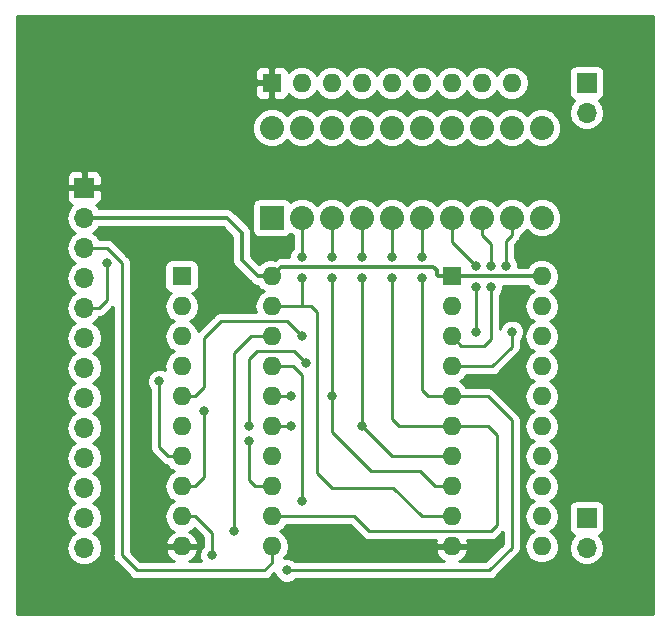
<source format=gbl>
G04 #@! TF.GenerationSoftware,KiCad,Pcbnew,5.0.2+dfsg1-1*
G04 #@! TF.CreationDate,2019-07-26T08:48:25+02:00*
G04 #@! TF.ProjectId,Register,52656769-7374-4657-922e-6b696361645f,rev?*
G04 #@! TF.SameCoordinates,Original*
G04 #@! TF.FileFunction,Copper,L2,Bot*
G04 #@! TF.FilePolarity,Positive*
%FSLAX46Y46*%
G04 Gerber Fmt 4.6, Leading zero omitted, Abs format (unit mm)*
G04 Created by KiCad (PCBNEW 5.0.2+dfsg1-1) date vr 26 jul 2019 08:48:25 CEST*
%MOMM*%
%LPD*%
G01*
G04 APERTURE LIST*
G04 #@! TA.AperFunction,ComponentPad*
%ADD10O,1.700000X1.700000*%
G04 #@! TD*
G04 #@! TA.AperFunction,ComponentPad*
%ADD11R,1.700000X1.700000*%
G04 #@! TD*
G04 #@! TA.AperFunction,ComponentPad*
%ADD12R,2.032000X2.032000*%
G04 #@! TD*
G04 #@! TA.AperFunction,ComponentPad*
%ADD13C,2.032000*%
G04 #@! TD*
G04 #@! TA.AperFunction,ComponentPad*
%ADD14O,1.600000X1.600000*%
G04 #@! TD*
G04 #@! TA.AperFunction,ComponentPad*
%ADD15R,1.600000X1.600000*%
G04 #@! TD*
G04 #@! TA.AperFunction,ViaPad*
%ADD16C,0.800000*%
G04 #@! TD*
G04 #@! TA.AperFunction,Conductor*
%ADD17C,0.250000*%
G04 #@! TD*
G04 #@! TA.AperFunction,Conductor*
%ADD18C,0.350000*%
G04 #@! TD*
G04 #@! TA.AperFunction,Conductor*
%ADD19C,0.254000*%
G04 #@! TD*
G04 APERTURE END LIST*
D10*
G04 #@! TO.P,J3,2*
G04 #@! TO.N,Net-(J3-Pad2)*
X76200000Y-26670000D03*
D11*
G04 #@! TO.P,J3,1*
G04 #@! TO.N,Net-(J3-Pad1)*
X76200000Y-24130000D03*
G04 #@! TD*
G04 #@! TO.P,J2,1*
G04 #@! TO.N,Net-(J2-Pad1)*
X76200000Y-60960000D03*
D10*
G04 #@! TO.P,J2,2*
G04 #@! TO.N,Net-(J2-Pad2)*
X76200000Y-63500000D03*
G04 #@! TD*
D11*
G04 #@! TO.P,J1,1*
G04 #@! TO.N,GND*
X33655000Y-33020000D03*
D10*
G04 #@! TO.P,J1,2*
G04 #@! TO.N,+5V*
X33655000Y-35560000D03*
G04 #@! TO.P,J1,3*
G04 #@! TO.N,CLOCK*
X33655000Y-38100000D03*
G04 #@! TO.P,J1,4*
G04 #@! TO.N,~DATA_LOAD*
X33655000Y-40640000D03*
G04 #@! TO.P,J1,5*
G04 #@! TO.N,~DATA_OUT*
X33655000Y-43180000D03*
G04 #@! TO.P,J1,6*
G04 #@! TO.N,Net-(J1-Pad6)*
X33655000Y-45720000D03*
G04 #@! TO.P,J1,7*
G04 #@! TO.N,Net-(J1-Pad7)*
X33655000Y-48260000D03*
G04 #@! TO.P,J1,8*
G04 #@! TO.N,Net-(J1-Pad8)*
X33655000Y-50800000D03*
G04 #@! TO.P,J1,9*
G04 #@! TO.N,Net-(J1-Pad9)*
X33655000Y-53340000D03*
G04 #@! TO.P,J1,10*
G04 #@! TO.N,Net-(J1-Pad10)*
X33655000Y-55880000D03*
G04 #@! TO.P,J1,11*
G04 #@! TO.N,Net-(J1-Pad11)*
X33655000Y-58420000D03*
G04 #@! TO.P,J1,12*
G04 #@! TO.N,Net-(J1-Pad12)*
X33655000Y-60960000D03*
G04 #@! TO.P,J1,13*
G04 #@! TO.N,Net-(J1-Pad13)*
X33655000Y-63500000D03*
G04 #@! TD*
D12*
G04 #@! TO.P,BAR1,1*
G04 #@! TO.N,Net-(BAR1-Pad1)*
X49530000Y-35560000D03*
D13*
G04 #@! TO.P,BAR1,2*
G04 #@! TO.N,Net-(BAR1-Pad2)*
X52070000Y-35560000D03*
G04 #@! TO.P,BAR1,3*
G04 #@! TO.N,Net-(BAR1-Pad3)*
X54610000Y-35560000D03*
G04 #@! TO.P,BAR1,4*
G04 #@! TO.N,Net-(BAR1-Pad4)*
X57150000Y-35560000D03*
G04 #@! TO.P,BAR1,13*
G04 #@! TO.N,Net-(BAR1-Pad13)*
X67310000Y-27940000D03*
G04 #@! TO.P,BAR1,14*
G04 #@! TO.N,Net-(BAR1-Pad14)*
X64770000Y-27940000D03*
G04 #@! TO.P,BAR1,15*
G04 #@! TO.N,Net-(BAR1-Pad15)*
X62230000Y-27940000D03*
G04 #@! TO.P,BAR1,16*
G04 #@! TO.N,Net-(BAR1-Pad16)*
X59690000Y-27940000D03*
G04 #@! TO.P,BAR1,5*
G04 #@! TO.N,Net-(BAR1-Pad5)*
X59690000Y-35560000D03*
G04 #@! TO.P,BAR1,6*
G04 #@! TO.N,Net-(BAR1-Pad6)*
X62230000Y-35560000D03*
G04 #@! TO.P,BAR1,7*
G04 #@! TO.N,Net-(BAR1-Pad7)*
X64770000Y-35560000D03*
G04 #@! TO.P,BAR1,8*
G04 #@! TO.N,Net-(BAR1-Pad8)*
X67310000Y-35560000D03*
G04 #@! TO.P,BAR1,12*
G04 #@! TO.N,Net-(BAR1-Pad12)*
X69850000Y-27940000D03*
G04 #@! TO.P,BAR1,11*
G04 #@! TO.N,Net-(BAR1-Pad11)*
X72390000Y-27940000D03*
G04 #@! TO.P,BAR1,10*
G04 #@! TO.N,Net-(BAR1-Pad10)*
X72390000Y-35560000D03*
G04 #@! TO.P,BAR1,9*
G04 #@! TO.N,Net-(BAR1-Pad9)*
X69850000Y-35560000D03*
G04 #@! TO.P,BAR1,17*
G04 #@! TO.N,Net-(BAR1-Pad17)*
X57150000Y-27940000D03*
G04 #@! TO.P,BAR1,18*
G04 #@! TO.N,Net-(BAR1-Pad18)*
X54610000Y-27940000D03*
G04 #@! TO.P,BAR1,19*
G04 #@! TO.N,Net-(BAR1-Pad19)*
X52070000Y-27940000D03*
G04 #@! TO.P,BAR1,20*
G04 #@! TO.N,Net-(BAR1-Pad20)*
X49530000Y-27940000D03*
G04 #@! TD*
D14*
G04 #@! TO.P,U2,20*
G04 #@! TO.N,+5V*
X72390000Y-40513000D03*
G04 #@! TO.P,U2,10*
G04 #@! TO.N,GND*
X64770000Y-63373000D03*
G04 #@! TO.P,U2,19*
G04 #@! TO.N,~DATA_OUT*
X72390000Y-43053000D03*
G04 #@! TO.P,U2,9*
G04 #@! TO.N,Net-(BAR1-Pad2)*
X64770000Y-60833000D03*
G04 #@! TO.P,U2,18*
G04 #@! TO.N,Net-(J1-Pad6)*
X72390000Y-45593000D03*
G04 #@! TO.P,U2,8*
G04 #@! TO.N,Net-(BAR1-Pad3)*
X64770000Y-58293000D03*
G04 #@! TO.P,U2,17*
G04 #@! TO.N,Net-(J1-Pad7)*
X72390000Y-48133000D03*
G04 #@! TO.P,U2,7*
G04 #@! TO.N,Net-(BAR1-Pad4)*
X64770000Y-55753000D03*
G04 #@! TO.P,U2,16*
G04 #@! TO.N,Net-(J1-Pad8)*
X72390000Y-50673000D03*
G04 #@! TO.P,U2,6*
G04 #@! TO.N,Net-(BAR1-Pad5)*
X64770000Y-53213000D03*
G04 #@! TO.P,U2,15*
G04 #@! TO.N,Net-(J1-Pad9)*
X72390000Y-53213000D03*
G04 #@! TO.P,U2,5*
G04 #@! TO.N,Net-(BAR1-Pad6)*
X64770000Y-50673000D03*
G04 #@! TO.P,U2,14*
G04 #@! TO.N,Net-(J1-Pad10)*
X72390000Y-55753000D03*
G04 #@! TO.P,U2,4*
G04 #@! TO.N,Net-(BAR1-Pad7)*
X64770000Y-48133000D03*
G04 #@! TO.P,U2,13*
G04 #@! TO.N,Net-(J1-Pad11)*
X72390000Y-58293000D03*
G04 #@! TO.P,U2,3*
G04 #@! TO.N,Net-(BAR1-Pad8)*
X64770000Y-45593000D03*
G04 #@! TO.P,U2,12*
G04 #@! TO.N,Net-(J1-Pad12)*
X72390000Y-60833000D03*
G04 #@! TO.P,U2,2*
G04 #@! TO.N,Net-(BAR1-Pad9)*
X64770000Y-43053000D03*
G04 #@! TO.P,U2,11*
G04 #@! TO.N,Net-(J1-Pad13)*
X72390000Y-63373000D03*
D15*
G04 #@! TO.P,U2,1*
G04 #@! TO.N,+5V*
X64770000Y-40513000D03*
G04 #@! TD*
G04 #@! TO.P,U1,1*
G04 #@! TO.N,~DATA_LOAD*
X41910000Y-40513000D03*
D14*
G04 #@! TO.P,U1,11*
G04 #@! TO.N,CLOCK*
X49530000Y-63373000D03*
G04 #@! TO.P,U1,2*
G04 #@! TO.N,Net-(BAR1-Pad9)*
X41910000Y-43053000D03*
G04 #@! TO.P,U1,12*
G04 #@! TO.N,Net-(BAR1-Pad5)*
X49530000Y-60833000D03*
G04 #@! TO.P,U1,3*
G04 #@! TO.N,Net-(J1-Pad6)*
X41910000Y-45593000D03*
G04 #@! TO.P,U1,13*
G04 #@! TO.N,Net-(J1-Pad10)*
X49530000Y-58293000D03*
G04 #@! TO.P,U1,4*
G04 #@! TO.N,Net-(J1-Pad7)*
X41910000Y-48133000D03*
G04 #@! TO.P,U1,14*
G04 #@! TO.N,Net-(J1-Pad11)*
X49530000Y-55753000D03*
G04 #@! TO.P,U1,5*
G04 #@! TO.N,Net-(BAR1-Pad8)*
X41910000Y-50673000D03*
G04 #@! TO.P,U1,15*
G04 #@! TO.N,Net-(BAR1-Pad4)*
X49530000Y-53213000D03*
G04 #@! TO.P,U1,6*
G04 #@! TO.N,Net-(BAR1-Pad7)*
X41910000Y-53213000D03*
G04 #@! TO.P,U1,16*
G04 #@! TO.N,Net-(BAR1-Pad3)*
X49530000Y-50673000D03*
G04 #@! TO.P,U1,7*
G04 #@! TO.N,Net-(J1-Pad8)*
X41910000Y-55753000D03*
G04 #@! TO.P,U1,17*
G04 #@! TO.N,Net-(J1-Pad12)*
X49530000Y-48133000D03*
G04 #@! TO.P,U1,8*
G04 #@! TO.N,Net-(J1-Pad9)*
X41910000Y-58293000D03*
G04 #@! TO.P,U1,18*
G04 #@! TO.N,Net-(J1-Pad13)*
X49530000Y-45593000D03*
G04 #@! TO.P,U1,9*
G04 #@! TO.N,Net-(BAR1-Pad6)*
X41910000Y-60833000D03*
G04 #@! TO.P,U1,19*
G04 #@! TO.N,Net-(BAR1-Pad2)*
X49530000Y-43053000D03*
G04 #@! TO.P,U1,10*
G04 #@! TO.N,GND*
X41910000Y-63373000D03*
G04 #@! TO.P,U1,20*
G04 #@! TO.N,+5V*
X49530000Y-40513000D03*
G04 #@! TD*
D15*
G04 #@! TO.P,RN1,1*
G04 #@! TO.N,GND*
X49530000Y-24130000D03*
D14*
G04 #@! TO.P,RN1,2*
G04 #@! TO.N,Net-(BAR1-Pad19)*
X52070000Y-24130000D03*
G04 #@! TO.P,RN1,3*
G04 #@! TO.N,Net-(BAR1-Pad18)*
X54610000Y-24130000D03*
G04 #@! TO.P,RN1,4*
G04 #@! TO.N,Net-(BAR1-Pad17)*
X57150000Y-24130000D03*
G04 #@! TO.P,RN1,5*
G04 #@! TO.N,Net-(BAR1-Pad16)*
X59690000Y-24130000D03*
G04 #@! TO.P,RN1,6*
G04 #@! TO.N,Net-(BAR1-Pad15)*
X62230000Y-24130000D03*
G04 #@! TO.P,RN1,7*
G04 #@! TO.N,Net-(BAR1-Pad14)*
X64770000Y-24130000D03*
G04 #@! TO.P,RN1,8*
G04 #@! TO.N,Net-(BAR1-Pad13)*
X67310000Y-24130000D03*
G04 #@! TO.P,RN1,9*
G04 #@! TO.N,Net-(BAR1-Pad12)*
X69850000Y-24130000D03*
G04 #@! TD*
D16*
G04 #@! TO.N,GND*
X41910000Y-37211000D03*
X57150000Y-63500000D03*
X57150000Y-67310000D03*
G04 #@! TO.N,Net-(BAR1-Pad9)*
X69342000Y-39624000D03*
G04 #@! TO.N,Net-(BAR1-Pad5)*
X59690000Y-38862000D03*
X59690000Y-40640000D03*
G04 #@! TO.N,Net-(J1-Pad10)*
X47625000Y-54465001D03*
G04 #@! TO.N,Net-(BAR1-Pad8)*
X52070000Y-45593000D03*
X68072000Y-39624000D03*
X68072000Y-41402000D03*
G04 #@! TO.N,Net-(BAR1-Pad4)*
X57150000Y-40640000D03*
X57150000Y-38862000D03*
X57150000Y-53213000D03*
X51181000Y-53213000D03*
G04 #@! TO.N,Net-(BAR1-Pad7)*
X66802000Y-45212000D03*
X52451000Y-47879000D03*
X47625000Y-53213000D03*
X66802000Y-39624000D03*
X66802000Y-41402000D03*
X69850000Y-45212000D03*
G04 #@! TO.N,Net-(BAR1-Pad3)*
X54610000Y-38862000D03*
X54610000Y-40640000D03*
X54610000Y-50673000D03*
X51181000Y-50673000D03*
G04 #@! TO.N,Net-(J1-Pad8)*
X40005000Y-49385001D03*
G04 #@! TO.N,Net-(J1-Pad12)*
X52070000Y-59545001D03*
G04 #@! TO.N,Net-(J1-Pad9)*
X43815000Y-51925001D03*
G04 #@! TO.N,Net-(J1-Pad13)*
X46355000Y-62085001D03*
G04 #@! TO.N,Net-(BAR1-Pad6)*
X62230000Y-38862000D03*
X62230000Y-40640000D03*
X50800000Y-65405000D03*
X44450000Y-64135000D03*
G04 #@! TO.N,Net-(BAR1-Pad2)*
X52070000Y-40640000D03*
X52070000Y-38862000D03*
G04 #@! TO.N,~DATA_OUT*
X35560000Y-39370000D03*
G04 #@! TD*
D17*
G04 #@! TO.N,CLOCK*
X49530000Y-64770000D02*
X49530000Y-63373000D01*
X48895000Y-65405000D02*
X49530000Y-64770000D01*
X35560000Y-38100000D02*
X36830000Y-39370000D01*
X36830000Y-64135000D02*
X38100000Y-65405000D01*
X33655000Y-38100000D02*
X35560000Y-38100000D01*
X38100000Y-65405000D02*
X48895000Y-65405000D01*
X36830000Y-44450000D02*
X36830000Y-45085000D01*
X36830000Y-39370000D02*
X36830000Y-45085000D01*
X36830000Y-45085000D02*
X36830000Y-64135000D01*
G04 #@! TO.N,Net-(BAR1-Pad9)*
X69850000Y-36996840D02*
X69342000Y-37504840D01*
X69850000Y-35560000D02*
X69850000Y-36996840D01*
X69342000Y-37504840D02*
X69342000Y-39624000D01*
G04 #@! TO.N,Net-(BAR1-Pad5)*
X67818000Y-53213000D02*
X64770000Y-53213000D01*
X68580000Y-53975000D02*
X67818000Y-53213000D01*
X56515000Y-60833000D02*
X57785000Y-62103000D01*
X57785000Y-62103000D02*
X68072000Y-62103000D01*
X68072000Y-62103000D02*
X68580000Y-61595000D01*
X49530000Y-60833000D02*
X56515000Y-60833000D01*
X68580000Y-61595000D02*
X68580000Y-53975000D01*
X59690000Y-38862000D02*
X59690000Y-35560000D01*
X60325000Y-53213000D02*
X64770000Y-53213000D01*
X59690000Y-40640000D02*
X59690000Y-52578000D01*
X59690000Y-52578000D02*
X60325000Y-53213000D01*
G04 #@! TO.N,Net-(J1-Pad10)*
X49530000Y-58293000D02*
X48387000Y-58293000D01*
X48387000Y-58293000D02*
X48133000Y-58293000D01*
X48133000Y-58293000D02*
X47625000Y-57785000D01*
X47625000Y-57785000D02*
X47625000Y-54610000D01*
G04 #@! TO.N,Net-(BAR1-Pad8)*
X43815000Y-49911000D02*
X43053000Y-50673000D01*
X50800000Y-44323000D02*
X45212000Y-44323000D01*
X52070000Y-45593000D02*
X50800000Y-44323000D01*
X43053000Y-50673000D02*
X41910000Y-50673000D01*
X45212000Y-44323000D02*
X43815000Y-45720000D01*
X43815000Y-45720000D02*
X43815000Y-49911000D01*
X67310000Y-36996840D02*
X68072000Y-37758840D01*
X67310000Y-35560000D02*
X67310000Y-36996840D01*
X68072000Y-37758840D02*
X68072000Y-39624000D01*
X68072000Y-45847000D02*
X68072000Y-44958000D01*
X67526001Y-46392999D02*
X68072000Y-45847000D01*
X68072000Y-44958000D02*
X68072000Y-41402000D01*
X65569999Y-46392999D02*
X67526001Y-46392999D01*
X64770000Y-45593000D02*
X65569999Y-46392999D01*
G04 #@! TO.N,Net-(BAR1-Pad4)*
X57150000Y-36996840D02*
X57150000Y-38862000D01*
X57150000Y-35560000D02*
X57150000Y-36996840D01*
X57150000Y-40640000D02*
X57150000Y-53213000D01*
X51181000Y-53213000D02*
X49530000Y-53213000D01*
X59690000Y-55753000D02*
X64770000Y-55753000D01*
X57150000Y-53213000D02*
X59690000Y-55753000D01*
G04 #@! TO.N,Net-(BAR1-Pad7)*
X47625000Y-47498000D02*
X47625000Y-53213000D01*
X48260000Y-46863000D02*
X47625000Y-47498000D01*
X52451000Y-47879000D02*
X51435000Y-46863000D01*
X51435000Y-46863000D02*
X48260000Y-46863000D01*
X64770000Y-37592000D02*
X66802000Y-39624000D01*
X64770000Y-35560000D02*
X64770000Y-37592000D01*
X66802000Y-41967685D02*
X66802000Y-45212000D01*
X66802000Y-41402000D02*
X66802000Y-41967685D01*
X64770000Y-48133000D02*
X68199000Y-48133000D01*
X68199000Y-48133000D02*
X69850000Y-46482000D01*
X69850000Y-46482000D02*
X69850000Y-45212000D01*
X69850000Y-45212000D02*
X69850000Y-45212000D01*
G04 #@! TO.N,Net-(BAR1-Pad3)*
X54610000Y-35560000D02*
X54610000Y-38862000D01*
X54610000Y-40640000D02*
X54610000Y-50673000D01*
X51181000Y-50673000D02*
X49530000Y-50673000D01*
X54610000Y-50673000D02*
X54610000Y-53721000D01*
X54610000Y-53721000D02*
X57912000Y-57023000D01*
X57912000Y-57023000D02*
X62103000Y-57023000D01*
X62103000Y-57023000D02*
X63373000Y-58293000D01*
X63373000Y-58293000D02*
X64770000Y-58293000D01*
G04 #@! TO.N,Net-(J1-Pad8)*
X41910000Y-55753000D02*
X40767000Y-55753000D01*
X40767000Y-55753000D02*
X40005000Y-54991000D01*
X40005000Y-54991000D02*
X40005000Y-49530000D01*
G04 #@! TO.N,Net-(J1-Pad12)*
X49530000Y-48133000D02*
X51308000Y-48133000D01*
X52070000Y-48895000D02*
X52070000Y-59545001D01*
X51308000Y-48133000D02*
X52070000Y-48895000D01*
G04 #@! TO.N,Net-(J1-Pad9)*
X41910000Y-58293000D02*
X43053000Y-58293000D01*
X43053000Y-58293000D02*
X43815000Y-57531000D01*
X43815000Y-57531000D02*
X43815000Y-52070000D01*
G04 #@! TO.N,Net-(J1-Pad13)*
X49530000Y-45593000D02*
X47752000Y-45593000D01*
X47752000Y-45593000D02*
X46899999Y-46445001D01*
X46899999Y-46445001D02*
X46355000Y-46990000D01*
X46355000Y-46990000D02*
X46355000Y-62230000D01*
G04 #@! TO.N,Net-(BAR1-Pad6)*
X62230000Y-38862000D02*
X62230000Y-35560000D01*
X62230000Y-40640000D02*
X62230000Y-50165000D01*
X62738000Y-50673000D02*
X64770000Y-50673000D01*
X62230000Y-50165000D02*
X62738000Y-50673000D01*
X64770000Y-50673000D02*
X67818000Y-50673000D01*
X67818000Y-50673000D02*
X69850000Y-52705000D01*
X69850000Y-52705000D02*
X69850000Y-60961410D01*
X69850000Y-60961410D02*
X69850000Y-63500000D01*
X69850000Y-63500000D02*
X67945000Y-65405000D01*
X67945000Y-65405000D02*
X50800000Y-65405000D01*
X50800000Y-65405000D02*
X50800000Y-65405000D01*
X43053000Y-60833000D02*
X41910000Y-60833000D01*
X44450000Y-64135000D02*
X44450000Y-62230000D01*
X44450000Y-62230000D02*
X43053000Y-60833000D01*
G04 #@! TO.N,Net-(BAR1-Pad2)*
X49530000Y-43053000D02*
X51562000Y-43053000D01*
X52070000Y-40640000D02*
X52070000Y-40640000D01*
X52070000Y-38735000D02*
X52070000Y-35560000D01*
X52070000Y-42291000D02*
X52070000Y-40640000D01*
X59817000Y-58420000D02*
X62230000Y-60833000D01*
X54610000Y-58420000D02*
X59817000Y-58420000D01*
X53340000Y-57150000D02*
X54610000Y-58420000D01*
X62230000Y-60833000D02*
X64770000Y-60833000D01*
X53340000Y-43561000D02*
X53340000Y-47244000D01*
X52832000Y-43053000D02*
X53340000Y-43561000D01*
X53340000Y-46990000D02*
X53340000Y-47244000D01*
X53340000Y-47244000D02*
X53340000Y-57150000D01*
X52070000Y-43053000D02*
X52832000Y-43053000D01*
X52070000Y-42418000D02*
X52070000Y-43053000D01*
X51562000Y-43053000D02*
X52070000Y-43053000D01*
X52070000Y-42418000D02*
X52070000Y-42291000D01*
X52070000Y-42545000D02*
X52070000Y-42418000D01*
D18*
G04 #@! TO.N,+5V*
X64770000Y-40513000D02*
X72390000Y-40513000D01*
X50329999Y-39713001D02*
X63208001Y-39713001D01*
X49530000Y-40513000D02*
X50329999Y-39713001D01*
X63208001Y-39713001D02*
X63500000Y-40005000D01*
X63500000Y-40393000D02*
X63620000Y-40513000D01*
X63620000Y-40513000D02*
X64770000Y-40513000D01*
X63500000Y-40005000D02*
X63500000Y-40393000D01*
X48387000Y-40513000D02*
X49530000Y-40513000D01*
X46990000Y-39116000D02*
X48387000Y-40513000D01*
X46990000Y-36830000D02*
X46990000Y-39116000D01*
X33655000Y-35560000D02*
X45720000Y-35560000D01*
X45720000Y-35560000D02*
X46990000Y-36830000D01*
D17*
G04 #@! TO.N,~DATA_OUT*
X34925000Y-43180000D02*
X33655000Y-43180000D01*
X35560000Y-39370000D02*
X35560000Y-42545000D01*
X35560000Y-42545000D02*
X34925000Y-43180000D01*
G04 #@! TD*
D19*
G04 #@! TO.N,GND*
G36*
X81840001Y-69140000D02*
X28015000Y-69140000D01*
X28015000Y-35560000D01*
X32140908Y-35560000D01*
X32256161Y-36139418D01*
X32584375Y-36630625D01*
X32882761Y-36830000D01*
X32584375Y-37029375D01*
X32256161Y-37520582D01*
X32140908Y-38100000D01*
X32256161Y-38679418D01*
X32584375Y-39170625D01*
X32882761Y-39370000D01*
X32584375Y-39569375D01*
X32256161Y-40060582D01*
X32140908Y-40640000D01*
X32256161Y-41219418D01*
X32584375Y-41710625D01*
X32882761Y-41910000D01*
X32584375Y-42109375D01*
X32256161Y-42600582D01*
X32140908Y-43180000D01*
X32256161Y-43759418D01*
X32584375Y-44250625D01*
X32882761Y-44450000D01*
X32584375Y-44649375D01*
X32256161Y-45140582D01*
X32140908Y-45720000D01*
X32256161Y-46299418D01*
X32584375Y-46790625D01*
X32882761Y-46990000D01*
X32584375Y-47189375D01*
X32256161Y-47680582D01*
X32140908Y-48260000D01*
X32256161Y-48839418D01*
X32584375Y-49330625D01*
X32882761Y-49530000D01*
X32584375Y-49729375D01*
X32256161Y-50220582D01*
X32140908Y-50800000D01*
X32256161Y-51379418D01*
X32584375Y-51870625D01*
X32882761Y-52070000D01*
X32584375Y-52269375D01*
X32256161Y-52760582D01*
X32140908Y-53340000D01*
X32256161Y-53919418D01*
X32584375Y-54410625D01*
X32882761Y-54610000D01*
X32584375Y-54809375D01*
X32256161Y-55300582D01*
X32140908Y-55880000D01*
X32256161Y-56459418D01*
X32584375Y-56950625D01*
X32882761Y-57150000D01*
X32584375Y-57349375D01*
X32256161Y-57840582D01*
X32140908Y-58420000D01*
X32256161Y-58999418D01*
X32584375Y-59490625D01*
X32882761Y-59690000D01*
X32584375Y-59889375D01*
X32256161Y-60380582D01*
X32140908Y-60960000D01*
X32256161Y-61539418D01*
X32584375Y-62030625D01*
X32882761Y-62230000D01*
X32584375Y-62429375D01*
X32256161Y-62920582D01*
X32140908Y-63500000D01*
X32256161Y-64079418D01*
X32584375Y-64570625D01*
X33075582Y-64898839D01*
X33508744Y-64985000D01*
X33801256Y-64985000D01*
X34234418Y-64898839D01*
X34725625Y-64570625D01*
X35053839Y-64079418D01*
X35169092Y-63500000D01*
X35053839Y-62920582D01*
X34725625Y-62429375D01*
X34427239Y-62230000D01*
X34725625Y-62030625D01*
X35053839Y-61539418D01*
X35169092Y-60960000D01*
X35053839Y-60380582D01*
X34725625Y-59889375D01*
X34427239Y-59690000D01*
X34725625Y-59490625D01*
X35053839Y-58999418D01*
X35169092Y-58420000D01*
X35053839Y-57840582D01*
X34725625Y-57349375D01*
X34427239Y-57150000D01*
X34725625Y-56950625D01*
X35053839Y-56459418D01*
X35169092Y-55880000D01*
X35053839Y-55300582D01*
X34725625Y-54809375D01*
X34427239Y-54610000D01*
X34725625Y-54410625D01*
X35053839Y-53919418D01*
X35169092Y-53340000D01*
X35053839Y-52760582D01*
X34725625Y-52269375D01*
X34427239Y-52070000D01*
X34725625Y-51870625D01*
X35053839Y-51379418D01*
X35169092Y-50800000D01*
X35053839Y-50220582D01*
X34725625Y-49729375D01*
X34427239Y-49530000D01*
X34725625Y-49330625D01*
X35053839Y-48839418D01*
X35169092Y-48260000D01*
X35053839Y-47680582D01*
X34725625Y-47189375D01*
X34427239Y-46990000D01*
X34725625Y-46790625D01*
X35053839Y-46299418D01*
X35169092Y-45720000D01*
X35053839Y-45140582D01*
X34725625Y-44649375D01*
X34427239Y-44450000D01*
X34725625Y-44250625D01*
X34923438Y-43954577D01*
X34925000Y-43954888D01*
X34999847Y-43940000D01*
X34999852Y-43940000D01*
X35221537Y-43895904D01*
X35472929Y-43727929D01*
X35515331Y-43664470D01*
X36044473Y-43135329D01*
X36070001Y-43118272D01*
X36070001Y-44375145D01*
X36070000Y-44375149D01*
X36070000Y-45010149D01*
X36070001Y-64060148D01*
X36055112Y-64135000D01*
X36070001Y-64209851D01*
X36070001Y-64209852D01*
X36109331Y-64407577D01*
X36114097Y-64431537D01*
X36178264Y-64527569D01*
X36282072Y-64682929D01*
X36345528Y-64725329D01*
X37509671Y-65889473D01*
X37552071Y-65952929D01*
X37803463Y-66120904D01*
X38025148Y-66165000D01*
X38025152Y-66165000D01*
X38099999Y-66179888D01*
X38174846Y-66165000D01*
X48820153Y-66165000D01*
X48895000Y-66179888D01*
X48969847Y-66165000D01*
X48969852Y-66165000D01*
X49191537Y-66120904D01*
X49442929Y-65952929D01*
X49485331Y-65889470D01*
X49765000Y-65609802D01*
X49765000Y-65610874D01*
X49922569Y-65991280D01*
X50213720Y-66282431D01*
X50594126Y-66440000D01*
X51005874Y-66440000D01*
X51386280Y-66282431D01*
X51503711Y-66165000D01*
X67870153Y-66165000D01*
X67945000Y-66179888D01*
X68019847Y-66165000D01*
X68019852Y-66165000D01*
X68241537Y-66120904D01*
X68492929Y-65952929D01*
X68535331Y-65889470D01*
X70334473Y-64090329D01*
X70397929Y-64047929D01*
X70537890Y-63838463D01*
X70565904Y-63796538D01*
X70607569Y-63587071D01*
X70610000Y-63574852D01*
X70610000Y-63574848D01*
X70624888Y-63500000D01*
X70610000Y-63425152D01*
X70610000Y-52779847D01*
X70624888Y-52705000D01*
X70610000Y-52630153D01*
X70610000Y-52630148D01*
X70565904Y-52408463D01*
X70397929Y-52157071D01*
X70334473Y-52114671D01*
X68408331Y-50188530D01*
X68365929Y-50125071D01*
X68114537Y-49957096D01*
X67892852Y-49913000D01*
X67892847Y-49913000D01*
X67818000Y-49898112D01*
X67743153Y-49913000D01*
X65988043Y-49913000D01*
X65804577Y-49638423D01*
X65452242Y-49403000D01*
X65804577Y-49167577D01*
X65988043Y-48893000D01*
X68124153Y-48893000D01*
X68199000Y-48907888D01*
X68273847Y-48893000D01*
X68273852Y-48893000D01*
X68495537Y-48848904D01*
X68746929Y-48680929D01*
X68789331Y-48617470D01*
X70334473Y-47072329D01*
X70397929Y-47029929D01*
X70565904Y-46778537D01*
X70610000Y-46556852D01*
X70610000Y-46556848D01*
X70624888Y-46482000D01*
X70610000Y-46407152D01*
X70610000Y-45915711D01*
X70727431Y-45798280D01*
X70885000Y-45417874D01*
X70885000Y-45006126D01*
X70727431Y-44625720D01*
X70436280Y-44334569D01*
X70055874Y-44177000D01*
X69644126Y-44177000D01*
X69263720Y-44334569D01*
X68972569Y-44625720D01*
X68832000Y-44965084D01*
X68832000Y-42105711D01*
X68949431Y-41988280D01*
X69107000Y-41607874D01*
X69107000Y-41323000D01*
X71205365Y-41323000D01*
X71355423Y-41547577D01*
X71707758Y-41783000D01*
X71355423Y-42018423D01*
X71038260Y-42493091D01*
X70926887Y-43053000D01*
X71038260Y-43612909D01*
X71355423Y-44087577D01*
X71707758Y-44323000D01*
X71355423Y-44558423D01*
X71038260Y-45033091D01*
X70926887Y-45593000D01*
X71038260Y-46152909D01*
X71355423Y-46627577D01*
X71707758Y-46863000D01*
X71355423Y-47098423D01*
X71038260Y-47573091D01*
X70926887Y-48133000D01*
X71038260Y-48692909D01*
X71355423Y-49167577D01*
X71707758Y-49403000D01*
X71355423Y-49638423D01*
X71038260Y-50113091D01*
X70926887Y-50673000D01*
X71038260Y-51232909D01*
X71355423Y-51707577D01*
X71707758Y-51943000D01*
X71355423Y-52178423D01*
X71038260Y-52653091D01*
X70926887Y-53213000D01*
X71038260Y-53772909D01*
X71355423Y-54247577D01*
X71707758Y-54483000D01*
X71355423Y-54718423D01*
X71038260Y-55193091D01*
X70926887Y-55753000D01*
X71038260Y-56312909D01*
X71355423Y-56787577D01*
X71707758Y-57023000D01*
X71355423Y-57258423D01*
X71038260Y-57733091D01*
X70926887Y-58293000D01*
X71038260Y-58852909D01*
X71355423Y-59327577D01*
X71707758Y-59563000D01*
X71355423Y-59798423D01*
X71038260Y-60273091D01*
X70926887Y-60833000D01*
X71038260Y-61392909D01*
X71355423Y-61867577D01*
X71707758Y-62103000D01*
X71355423Y-62338423D01*
X71038260Y-62813091D01*
X70926887Y-63373000D01*
X71038260Y-63932909D01*
X71355423Y-64407577D01*
X71830091Y-64724740D01*
X72248667Y-64808000D01*
X72531333Y-64808000D01*
X72949909Y-64724740D01*
X73424577Y-64407577D01*
X73741740Y-63932909D01*
X73827851Y-63500000D01*
X74685908Y-63500000D01*
X74801161Y-64079418D01*
X75129375Y-64570625D01*
X75620582Y-64898839D01*
X76053744Y-64985000D01*
X76346256Y-64985000D01*
X76779418Y-64898839D01*
X77270625Y-64570625D01*
X77598839Y-64079418D01*
X77714092Y-63500000D01*
X77598839Y-62920582D01*
X77270625Y-62429375D01*
X77252381Y-62417184D01*
X77297765Y-62408157D01*
X77507809Y-62267809D01*
X77648157Y-62057765D01*
X77697440Y-61810000D01*
X77697440Y-60110000D01*
X77648157Y-59862235D01*
X77507809Y-59652191D01*
X77297765Y-59511843D01*
X77050000Y-59462560D01*
X75350000Y-59462560D01*
X75102235Y-59511843D01*
X74892191Y-59652191D01*
X74751843Y-59862235D01*
X74702560Y-60110000D01*
X74702560Y-61810000D01*
X74751843Y-62057765D01*
X74892191Y-62267809D01*
X75102235Y-62408157D01*
X75147619Y-62417184D01*
X75129375Y-62429375D01*
X74801161Y-62920582D01*
X74685908Y-63500000D01*
X73827851Y-63500000D01*
X73853113Y-63373000D01*
X73741740Y-62813091D01*
X73424577Y-62338423D01*
X73072242Y-62103000D01*
X73424577Y-61867577D01*
X73741740Y-61392909D01*
X73853113Y-60833000D01*
X73741740Y-60273091D01*
X73424577Y-59798423D01*
X73072242Y-59563000D01*
X73424577Y-59327577D01*
X73741740Y-58852909D01*
X73853113Y-58293000D01*
X73741740Y-57733091D01*
X73424577Y-57258423D01*
X73072242Y-57023000D01*
X73424577Y-56787577D01*
X73741740Y-56312909D01*
X73853113Y-55753000D01*
X73741740Y-55193091D01*
X73424577Y-54718423D01*
X73072242Y-54483000D01*
X73424577Y-54247577D01*
X73741740Y-53772909D01*
X73853113Y-53213000D01*
X73741740Y-52653091D01*
X73424577Y-52178423D01*
X73072242Y-51943000D01*
X73424577Y-51707577D01*
X73741740Y-51232909D01*
X73853113Y-50673000D01*
X73741740Y-50113091D01*
X73424577Y-49638423D01*
X73072242Y-49403000D01*
X73424577Y-49167577D01*
X73741740Y-48692909D01*
X73853113Y-48133000D01*
X73741740Y-47573091D01*
X73424577Y-47098423D01*
X73072242Y-46863000D01*
X73424577Y-46627577D01*
X73741740Y-46152909D01*
X73853113Y-45593000D01*
X73741740Y-45033091D01*
X73424577Y-44558423D01*
X73072242Y-44323000D01*
X73424577Y-44087577D01*
X73741740Y-43612909D01*
X73853113Y-43053000D01*
X73741740Y-42493091D01*
X73424577Y-42018423D01*
X73072242Y-41783000D01*
X73424577Y-41547577D01*
X73741740Y-41072909D01*
X73853113Y-40513000D01*
X73741740Y-39953091D01*
X73424577Y-39478423D01*
X72949909Y-39161260D01*
X72531333Y-39078000D01*
X72248667Y-39078000D01*
X71830091Y-39161260D01*
X71355423Y-39478423D01*
X71205365Y-39703000D01*
X70377000Y-39703000D01*
X70377000Y-39418126D01*
X70219431Y-39037720D01*
X70102000Y-38920289D01*
X70102000Y-37819642D01*
X70334475Y-37587168D01*
X70397929Y-37544769D01*
X70440327Y-37481316D01*
X70440329Y-37481314D01*
X70565903Y-37293378D01*
X70565904Y-37293377D01*
X70610000Y-37071692D01*
X70610000Y-37071688D01*
X70618554Y-37028684D01*
X70785216Y-36959650D01*
X71120000Y-36624866D01*
X71454784Y-36959650D01*
X72061596Y-37211000D01*
X72718404Y-37211000D01*
X73325216Y-36959650D01*
X73789650Y-36495216D01*
X74041000Y-35888404D01*
X74041000Y-35231596D01*
X73789650Y-34624784D01*
X73325216Y-34160350D01*
X72718404Y-33909000D01*
X72061596Y-33909000D01*
X71454784Y-34160350D01*
X71120000Y-34495134D01*
X70785216Y-34160350D01*
X70178404Y-33909000D01*
X69521596Y-33909000D01*
X68914784Y-34160350D01*
X68580000Y-34495134D01*
X68245216Y-34160350D01*
X67638404Y-33909000D01*
X66981596Y-33909000D01*
X66374784Y-34160350D01*
X66040000Y-34495134D01*
X65705216Y-34160350D01*
X65098404Y-33909000D01*
X64441596Y-33909000D01*
X63834784Y-34160350D01*
X63500000Y-34495134D01*
X63165216Y-34160350D01*
X62558404Y-33909000D01*
X61901596Y-33909000D01*
X61294784Y-34160350D01*
X60960000Y-34495134D01*
X60625216Y-34160350D01*
X60018404Y-33909000D01*
X59361596Y-33909000D01*
X58754784Y-34160350D01*
X58420000Y-34495134D01*
X58085216Y-34160350D01*
X57478404Y-33909000D01*
X56821596Y-33909000D01*
X56214784Y-34160350D01*
X55880000Y-34495134D01*
X55545216Y-34160350D01*
X54938404Y-33909000D01*
X54281596Y-33909000D01*
X53674784Y-34160350D01*
X53340000Y-34495134D01*
X53005216Y-34160350D01*
X52398404Y-33909000D01*
X51741596Y-33909000D01*
X51134784Y-34160350D01*
X51085975Y-34209159D01*
X51003809Y-34086191D01*
X50793765Y-33945843D01*
X50546000Y-33896560D01*
X48514000Y-33896560D01*
X48266235Y-33945843D01*
X48056191Y-34086191D01*
X47915843Y-34296235D01*
X47866560Y-34544000D01*
X47866560Y-36576000D01*
X47915843Y-36823765D01*
X48056191Y-37033809D01*
X48266235Y-37174157D01*
X48514000Y-37223440D01*
X50546000Y-37223440D01*
X50793765Y-37174157D01*
X51003809Y-37033809D01*
X51085975Y-36910841D01*
X51134784Y-36959650D01*
X51310001Y-37032227D01*
X51310000Y-38158289D01*
X51192569Y-38275720D01*
X51035000Y-38656126D01*
X51035000Y-38903001D01*
X50409768Y-38903001D01*
X50329998Y-38887134D01*
X50250229Y-38903001D01*
X50250225Y-38903001D01*
X50013953Y-38949998D01*
X49787733Y-39101153D01*
X49671333Y-39078000D01*
X49388667Y-39078000D01*
X48970091Y-39161260D01*
X48496929Y-39477417D01*
X47800000Y-38780488D01*
X47800000Y-36909772D01*
X47815868Y-36829999D01*
X47773102Y-36615000D01*
X47753003Y-36513954D01*
X47573977Y-36246023D01*
X47506347Y-36200834D01*
X46349168Y-35043656D01*
X46303977Y-34976023D01*
X46036046Y-34796997D01*
X45799774Y-34750000D01*
X45799773Y-34750000D01*
X45720000Y-34734132D01*
X45640227Y-34750000D01*
X34899769Y-34750000D01*
X34725625Y-34489375D01*
X34703967Y-34474904D01*
X34864698Y-34408327D01*
X35043327Y-34229699D01*
X35140000Y-33996310D01*
X35140000Y-33305750D01*
X34981250Y-33147000D01*
X33782000Y-33147000D01*
X33782000Y-33167000D01*
X33528000Y-33167000D01*
X33528000Y-33147000D01*
X32328750Y-33147000D01*
X32170000Y-33305750D01*
X32170000Y-33996310D01*
X32266673Y-34229699D01*
X32445302Y-34408327D01*
X32606033Y-34474904D01*
X32584375Y-34489375D01*
X32256161Y-34980582D01*
X32140908Y-35560000D01*
X28015000Y-35560000D01*
X28015000Y-32043690D01*
X32170000Y-32043690D01*
X32170000Y-32734250D01*
X32328750Y-32893000D01*
X33528000Y-32893000D01*
X33528000Y-31693750D01*
X33782000Y-31693750D01*
X33782000Y-32893000D01*
X34981250Y-32893000D01*
X35140000Y-32734250D01*
X35140000Y-32043690D01*
X35043327Y-31810301D01*
X34864698Y-31631673D01*
X34631309Y-31535000D01*
X33940750Y-31535000D01*
X33782000Y-31693750D01*
X33528000Y-31693750D01*
X33369250Y-31535000D01*
X32678691Y-31535000D01*
X32445302Y-31631673D01*
X32266673Y-31810301D01*
X32170000Y-32043690D01*
X28015000Y-32043690D01*
X28015000Y-27611596D01*
X47879000Y-27611596D01*
X47879000Y-28268404D01*
X48130350Y-28875216D01*
X48594784Y-29339650D01*
X49201596Y-29591000D01*
X49858404Y-29591000D01*
X50465216Y-29339650D01*
X50800000Y-29004866D01*
X51134784Y-29339650D01*
X51741596Y-29591000D01*
X52398404Y-29591000D01*
X53005216Y-29339650D01*
X53340000Y-29004866D01*
X53674784Y-29339650D01*
X54281596Y-29591000D01*
X54938404Y-29591000D01*
X55545216Y-29339650D01*
X55880000Y-29004866D01*
X56214784Y-29339650D01*
X56821596Y-29591000D01*
X57478404Y-29591000D01*
X58085216Y-29339650D01*
X58420000Y-29004866D01*
X58754784Y-29339650D01*
X59361596Y-29591000D01*
X60018404Y-29591000D01*
X60625216Y-29339650D01*
X60960000Y-29004866D01*
X61294784Y-29339650D01*
X61901596Y-29591000D01*
X62558404Y-29591000D01*
X63165216Y-29339650D01*
X63500000Y-29004866D01*
X63834784Y-29339650D01*
X64441596Y-29591000D01*
X65098404Y-29591000D01*
X65705216Y-29339650D01*
X66040000Y-29004866D01*
X66374784Y-29339650D01*
X66981596Y-29591000D01*
X67638404Y-29591000D01*
X68245216Y-29339650D01*
X68580000Y-29004866D01*
X68914784Y-29339650D01*
X69521596Y-29591000D01*
X70178404Y-29591000D01*
X70785216Y-29339650D01*
X71120000Y-29004866D01*
X71454784Y-29339650D01*
X72061596Y-29591000D01*
X72718404Y-29591000D01*
X73325216Y-29339650D01*
X73789650Y-28875216D01*
X74041000Y-28268404D01*
X74041000Y-27611596D01*
X73789650Y-27004784D01*
X73454866Y-26670000D01*
X74685908Y-26670000D01*
X74801161Y-27249418D01*
X75129375Y-27740625D01*
X75620582Y-28068839D01*
X76053744Y-28155000D01*
X76346256Y-28155000D01*
X76779418Y-28068839D01*
X77270625Y-27740625D01*
X77598839Y-27249418D01*
X77714092Y-26670000D01*
X77598839Y-26090582D01*
X77270625Y-25599375D01*
X77252381Y-25587184D01*
X77297765Y-25578157D01*
X77507809Y-25437809D01*
X77648157Y-25227765D01*
X77697440Y-24980000D01*
X77697440Y-23280000D01*
X77648157Y-23032235D01*
X77507809Y-22822191D01*
X77297765Y-22681843D01*
X77050000Y-22632560D01*
X75350000Y-22632560D01*
X75102235Y-22681843D01*
X74892191Y-22822191D01*
X74751843Y-23032235D01*
X74702560Y-23280000D01*
X74702560Y-24980000D01*
X74751843Y-25227765D01*
X74892191Y-25437809D01*
X75102235Y-25578157D01*
X75147619Y-25587184D01*
X75129375Y-25599375D01*
X74801161Y-26090582D01*
X74685908Y-26670000D01*
X73454866Y-26670000D01*
X73325216Y-26540350D01*
X72718404Y-26289000D01*
X72061596Y-26289000D01*
X71454784Y-26540350D01*
X71120000Y-26875134D01*
X70785216Y-26540350D01*
X70178404Y-26289000D01*
X69521596Y-26289000D01*
X68914784Y-26540350D01*
X68580000Y-26875134D01*
X68245216Y-26540350D01*
X67638404Y-26289000D01*
X66981596Y-26289000D01*
X66374784Y-26540350D01*
X66040000Y-26875134D01*
X65705216Y-26540350D01*
X65098404Y-26289000D01*
X64441596Y-26289000D01*
X63834784Y-26540350D01*
X63500000Y-26875134D01*
X63165216Y-26540350D01*
X62558404Y-26289000D01*
X61901596Y-26289000D01*
X61294784Y-26540350D01*
X60960000Y-26875134D01*
X60625216Y-26540350D01*
X60018404Y-26289000D01*
X59361596Y-26289000D01*
X58754784Y-26540350D01*
X58420000Y-26875134D01*
X58085216Y-26540350D01*
X57478404Y-26289000D01*
X56821596Y-26289000D01*
X56214784Y-26540350D01*
X55880000Y-26875134D01*
X55545216Y-26540350D01*
X54938404Y-26289000D01*
X54281596Y-26289000D01*
X53674784Y-26540350D01*
X53340000Y-26875134D01*
X53005216Y-26540350D01*
X52398404Y-26289000D01*
X51741596Y-26289000D01*
X51134784Y-26540350D01*
X50800000Y-26875134D01*
X50465216Y-26540350D01*
X49858404Y-26289000D01*
X49201596Y-26289000D01*
X48594784Y-26540350D01*
X48130350Y-27004784D01*
X47879000Y-27611596D01*
X28015000Y-27611596D01*
X28015000Y-24415750D01*
X48095000Y-24415750D01*
X48095000Y-25056310D01*
X48191673Y-25289699D01*
X48370302Y-25468327D01*
X48603691Y-25565000D01*
X49244250Y-25565000D01*
X49403000Y-25406250D01*
X49403000Y-24257000D01*
X48253750Y-24257000D01*
X48095000Y-24415750D01*
X28015000Y-24415750D01*
X28015000Y-23203690D01*
X48095000Y-23203690D01*
X48095000Y-23844250D01*
X48253750Y-24003000D01*
X49403000Y-24003000D01*
X49403000Y-22853750D01*
X49657000Y-22853750D01*
X49657000Y-24003000D01*
X49677000Y-24003000D01*
X49677000Y-24257000D01*
X49657000Y-24257000D01*
X49657000Y-25406250D01*
X49815750Y-25565000D01*
X50456309Y-25565000D01*
X50689698Y-25468327D01*
X50868327Y-25289699D01*
X50964266Y-25058083D01*
X51035423Y-25164577D01*
X51510091Y-25481740D01*
X51928667Y-25565000D01*
X52211333Y-25565000D01*
X52629909Y-25481740D01*
X53104577Y-25164577D01*
X53340000Y-24812242D01*
X53575423Y-25164577D01*
X54050091Y-25481740D01*
X54468667Y-25565000D01*
X54751333Y-25565000D01*
X55169909Y-25481740D01*
X55644577Y-25164577D01*
X55880000Y-24812242D01*
X56115423Y-25164577D01*
X56590091Y-25481740D01*
X57008667Y-25565000D01*
X57291333Y-25565000D01*
X57709909Y-25481740D01*
X58184577Y-25164577D01*
X58420000Y-24812242D01*
X58655423Y-25164577D01*
X59130091Y-25481740D01*
X59548667Y-25565000D01*
X59831333Y-25565000D01*
X60249909Y-25481740D01*
X60724577Y-25164577D01*
X60960000Y-24812242D01*
X61195423Y-25164577D01*
X61670091Y-25481740D01*
X62088667Y-25565000D01*
X62371333Y-25565000D01*
X62789909Y-25481740D01*
X63264577Y-25164577D01*
X63500000Y-24812242D01*
X63735423Y-25164577D01*
X64210091Y-25481740D01*
X64628667Y-25565000D01*
X64911333Y-25565000D01*
X65329909Y-25481740D01*
X65804577Y-25164577D01*
X66040000Y-24812242D01*
X66275423Y-25164577D01*
X66750091Y-25481740D01*
X67168667Y-25565000D01*
X67451333Y-25565000D01*
X67869909Y-25481740D01*
X68344577Y-25164577D01*
X68580000Y-24812242D01*
X68815423Y-25164577D01*
X69290091Y-25481740D01*
X69708667Y-25565000D01*
X69991333Y-25565000D01*
X70409909Y-25481740D01*
X70884577Y-25164577D01*
X71201740Y-24689909D01*
X71313113Y-24130000D01*
X71201740Y-23570091D01*
X70884577Y-23095423D01*
X70409909Y-22778260D01*
X69991333Y-22695000D01*
X69708667Y-22695000D01*
X69290091Y-22778260D01*
X68815423Y-23095423D01*
X68580000Y-23447758D01*
X68344577Y-23095423D01*
X67869909Y-22778260D01*
X67451333Y-22695000D01*
X67168667Y-22695000D01*
X66750091Y-22778260D01*
X66275423Y-23095423D01*
X66040000Y-23447758D01*
X65804577Y-23095423D01*
X65329909Y-22778260D01*
X64911333Y-22695000D01*
X64628667Y-22695000D01*
X64210091Y-22778260D01*
X63735423Y-23095423D01*
X63500000Y-23447758D01*
X63264577Y-23095423D01*
X62789909Y-22778260D01*
X62371333Y-22695000D01*
X62088667Y-22695000D01*
X61670091Y-22778260D01*
X61195423Y-23095423D01*
X60960000Y-23447758D01*
X60724577Y-23095423D01*
X60249909Y-22778260D01*
X59831333Y-22695000D01*
X59548667Y-22695000D01*
X59130091Y-22778260D01*
X58655423Y-23095423D01*
X58420000Y-23447758D01*
X58184577Y-23095423D01*
X57709909Y-22778260D01*
X57291333Y-22695000D01*
X57008667Y-22695000D01*
X56590091Y-22778260D01*
X56115423Y-23095423D01*
X55880000Y-23447758D01*
X55644577Y-23095423D01*
X55169909Y-22778260D01*
X54751333Y-22695000D01*
X54468667Y-22695000D01*
X54050091Y-22778260D01*
X53575423Y-23095423D01*
X53340000Y-23447758D01*
X53104577Y-23095423D01*
X52629909Y-22778260D01*
X52211333Y-22695000D01*
X51928667Y-22695000D01*
X51510091Y-22778260D01*
X51035423Y-23095423D01*
X50964266Y-23201917D01*
X50868327Y-22970301D01*
X50689698Y-22791673D01*
X50456309Y-22695000D01*
X49815750Y-22695000D01*
X49657000Y-22853750D01*
X49403000Y-22853750D01*
X49244250Y-22695000D01*
X48603691Y-22695000D01*
X48370302Y-22791673D01*
X48191673Y-22970301D01*
X48095000Y-23203690D01*
X28015000Y-23203690D01*
X28015000Y-18490000D01*
X81840000Y-18490000D01*
X81840001Y-69140000D01*
X81840001Y-69140000D01*
G37*
X81840001Y-69140000D02*
X28015000Y-69140000D01*
X28015000Y-35560000D01*
X32140908Y-35560000D01*
X32256161Y-36139418D01*
X32584375Y-36630625D01*
X32882761Y-36830000D01*
X32584375Y-37029375D01*
X32256161Y-37520582D01*
X32140908Y-38100000D01*
X32256161Y-38679418D01*
X32584375Y-39170625D01*
X32882761Y-39370000D01*
X32584375Y-39569375D01*
X32256161Y-40060582D01*
X32140908Y-40640000D01*
X32256161Y-41219418D01*
X32584375Y-41710625D01*
X32882761Y-41910000D01*
X32584375Y-42109375D01*
X32256161Y-42600582D01*
X32140908Y-43180000D01*
X32256161Y-43759418D01*
X32584375Y-44250625D01*
X32882761Y-44450000D01*
X32584375Y-44649375D01*
X32256161Y-45140582D01*
X32140908Y-45720000D01*
X32256161Y-46299418D01*
X32584375Y-46790625D01*
X32882761Y-46990000D01*
X32584375Y-47189375D01*
X32256161Y-47680582D01*
X32140908Y-48260000D01*
X32256161Y-48839418D01*
X32584375Y-49330625D01*
X32882761Y-49530000D01*
X32584375Y-49729375D01*
X32256161Y-50220582D01*
X32140908Y-50800000D01*
X32256161Y-51379418D01*
X32584375Y-51870625D01*
X32882761Y-52070000D01*
X32584375Y-52269375D01*
X32256161Y-52760582D01*
X32140908Y-53340000D01*
X32256161Y-53919418D01*
X32584375Y-54410625D01*
X32882761Y-54610000D01*
X32584375Y-54809375D01*
X32256161Y-55300582D01*
X32140908Y-55880000D01*
X32256161Y-56459418D01*
X32584375Y-56950625D01*
X32882761Y-57150000D01*
X32584375Y-57349375D01*
X32256161Y-57840582D01*
X32140908Y-58420000D01*
X32256161Y-58999418D01*
X32584375Y-59490625D01*
X32882761Y-59690000D01*
X32584375Y-59889375D01*
X32256161Y-60380582D01*
X32140908Y-60960000D01*
X32256161Y-61539418D01*
X32584375Y-62030625D01*
X32882761Y-62230000D01*
X32584375Y-62429375D01*
X32256161Y-62920582D01*
X32140908Y-63500000D01*
X32256161Y-64079418D01*
X32584375Y-64570625D01*
X33075582Y-64898839D01*
X33508744Y-64985000D01*
X33801256Y-64985000D01*
X34234418Y-64898839D01*
X34725625Y-64570625D01*
X35053839Y-64079418D01*
X35169092Y-63500000D01*
X35053839Y-62920582D01*
X34725625Y-62429375D01*
X34427239Y-62230000D01*
X34725625Y-62030625D01*
X35053839Y-61539418D01*
X35169092Y-60960000D01*
X35053839Y-60380582D01*
X34725625Y-59889375D01*
X34427239Y-59690000D01*
X34725625Y-59490625D01*
X35053839Y-58999418D01*
X35169092Y-58420000D01*
X35053839Y-57840582D01*
X34725625Y-57349375D01*
X34427239Y-57150000D01*
X34725625Y-56950625D01*
X35053839Y-56459418D01*
X35169092Y-55880000D01*
X35053839Y-55300582D01*
X34725625Y-54809375D01*
X34427239Y-54610000D01*
X34725625Y-54410625D01*
X35053839Y-53919418D01*
X35169092Y-53340000D01*
X35053839Y-52760582D01*
X34725625Y-52269375D01*
X34427239Y-52070000D01*
X34725625Y-51870625D01*
X35053839Y-51379418D01*
X35169092Y-50800000D01*
X35053839Y-50220582D01*
X34725625Y-49729375D01*
X34427239Y-49530000D01*
X34725625Y-49330625D01*
X35053839Y-48839418D01*
X35169092Y-48260000D01*
X35053839Y-47680582D01*
X34725625Y-47189375D01*
X34427239Y-46990000D01*
X34725625Y-46790625D01*
X35053839Y-46299418D01*
X35169092Y-45720000D01*
X35053839Y-45140582D01*
X34725625Y-44649375D01*
X34427239Y-44450000D01*
X34725625Y-44250625D01*
X34923438Y-43954577D01*
X34925000Y-43954888D01*
X34999847Y-43940000D01*
X34999852Y-43940000D01*
X35221537Y-43895904D01*
X35472929Y-43727929D01*
X35515331Y-43664470D01*
X36044473Y-43135329D01*
X36070001Y-43118272D01*
X36070001Y-44375145D01*
X36070000Y-44375149D01*
X36070000Y-45010149D01*
X36070001Y-64060148D01*
X36055112Y-64135000D01*
X36070001Y-64209851D01*
X36070001Y-64209852D01*
X36109331Y-64407577D01*
X36114097Y-64431537D01*
X36178264Y-64527569D01*
X36282072Y-64682929D01*
X36345528Y-64725329D01*
X37509671Y-65889473D01*
X37552071Y-65952929D01*
X37803463Y-66120904D01*
X38025148Y-66165000D01*
X38025152Y-66165000D01*
X38099999Y-66179888D01*
X38174846Y-66165000D01*
X48820153Y-66165000D01*
X48895000Y-66179888D01*
X48969847Y-66165000D01*
X48969852Y-66165000D01*
X49191537Y-66120904D01*
X49442929Y-65952929D01*
X49485331Y-65889470D01*
X49765000Y-65609802D01*
X49765000Y-65610874D01*
X49922569Y-65991280D01*
X50213720Y-66282431D01*
X50594126Y-66440000D01*
X51005874Y-66440000D01*
X51386280Y-66282431D01*
X51503711Y-66165000D01*
X67870153Y-66165000D01*
X67945000Y-66179888D01*
X68019847Y-66165000D01*
X68019852Y-66165000D01*
X68241537Y-66120904D01*
X68492929Y-65952929D01*
X68535331Y-65889470D01*
X70334473Y-64090329D01*
X70397929Y-64047929D01*
X70537890Y-63838463D01*
X70565904Y-63796538D01*
X70607569Y-63587071D01*
X70610000Y-63574852D01*
X70610000Y-63574848D01*
X70624888Y-63500000D01*
X70610000Y-63425152D01*
X70610000Y-52779847D01*
X70624888Y-52705000D01*
X70610000Y-52630153D01*
X70610000Y-52630148D01*
X70565904Y-52408463D01*
X70397929Y-52157071D01*
X70334473Y-52114671D01*
X68408331Y-50188530D01*
X68365929Y-50125071D01*
X68114537Y-49957096D01*
X67892852Y-49913000D01*
X67892847Y-49913000D01*
X67818000Y-49898112D01*
X67743153Y-49913000D01*
X65988043Y-49913000D01*
X65804577Y-49638423D01*
X65452242Y-49403000D01*
X65804577Y-49167577D01*
X65988043Y-48893000D01*
X68124153Y-48893000D01*
X68199000Y-48907888D01*
X68273847Y-48893000D01*
X68273852Y-48893000D01*
X68495537Y-48848904D01*
X68746929Y-48680929D01*
X68789331Y-48617470D01*
X70334473Y-47072329D01*
X70397929Y-47029929D01*
X70565904Y-46778537D01*
X70610000Y-46556852D01*
X70610000Y-46556848D01*
X70624888Y-46482000D01*
X70610000Y-46407152D01*
X70610000Y-45915711D01*
X70727431Y-45798280D01*
X70885000Y-45417874D01*
X70885000Y-45006126D01*
X70727431Y-44625720D01*
X70436280Y-44334569D01*
X70055874Y-44177000D01*
X69644126Y-44177000D01*
X69263720Y-44334569D01*
X68972569Y-44625720D01*
X68832000Y-44965084D01*
X68832000Y-42105711D01*
X68949431Y-41988280D01*
X69107000Y-41607874D01*
X69107000Y-41323000D01*
X71205365Y-41323000D01*
X71355423Y-41547577D01*
X71707758Y-41783000D01*
X71355423Y-42018423D01*
X71038260Y-42493091D01*
X70926887Y-43053000D01*
X71038260Y-43612909D01*
X71355423Y-44087577D01*
X71707758Y-44323000D01*
X71355423Y-44558423D01*
X71038260Y-45033091D01*
X70926887Y-45593000D01*
X71038260Y-46152909D01*
X71355423Y-46627577D01*
X71707758Y-46863000D01*
X71355423Y-47098423D01*
X71038260Y-47573091D01*
X70926887Y-48133000D01*
X71038260Y-48692909D01*
X71355423Y-49167577D01*
X71707758Y-49403000D01*
X71355423Y-49638423D01*
X71038260Y-50113091D01*
X70926887Y-50673000D01*
X71038260Y-51232909D01*
X71355423Y-51707577D01*
X71707758Y-51943000D01*
X71355423Y-52178423D01*
X71038260Y-52653091D01*
X70926887Y-53213000D01*
X71038260Y-53772909D01*
X71355423Y-54247577D01*
X71707758Y-54483000D01*
X71355423Y-54718423D01*
X71038260Y-55193091D01*
X70926887Y-55753000D01*
X71038260Y-56312909D01*
X71355423Y-56787577D01*
X71707758Y-57023000D01*
X71355423Y-57258423D01*
X71038260Y-57733091D01*
X70926887Y-58293000D01*
X71038260Y-58852909D01*
X71355423Y-59327577D01*
X71707758Y-59563000D01*
X71355423Y-59798423D01*
X71038260Y-60273091D01*
X70926887Y-60833000D01*
X71038260Y-61392909D01*
X71355423Y-61867577D01*
X71707758Y-62103000D01*
X71355423Y-62338423D01*
X71038260Y-62813091D01*
X70926887Y-63373000D01*
X71038260Y-63932909D01*
X71355423Y-64407577D01*
X71830091Y-64724740D01*
X72248667Y-64808000D01*
X72531333Y-64808000D01*
X72949909Y-64724740D01*
X73424577Y-64407577D01*
X73741740Y-63932909D01*
X73827851Y-63500000D01*
X74685908Y-63500000D01*
X74801161Y-64079418D01*
X75129375Y-64570625D01*
X75620582Y-64898839D01*
X76053744Y-64985000D01*
X76346256Y-64985000D01*
X76779418Y-64898839D01*
X77270625Y-64570625D01*
X77598839Y-64079418D01*
X77714092Y-63500000D01*
X77598839Y-62920582D01*
X77270625Y-62429375D01*
X77252381Y-62417184D01*
X77297765Y-62408157D01*
X77507809Y-62267809D01*
X77648157Y-62057765D01*
X77697440Y-61810000D01*
X77697440Y-60110000D01*
X77648157Y-59862235D01*
X77507809Y-59652191D01*
X77297765Y-59511843D01*
X77050000Y-59462560D01*
X75350000Y-59462560D01*
X75102235Y-59511843D01*
X74892191Y-59652191D01*
X74751843Y-59862235D01*
X74702560Y-60110000D01*
X74702560Y-61810000D01*
X74751843Y-62057765D01*
X74892191Y-62267809D01*
X75102235Y-62408157D01*
X75147619Y-62417184D01*
X75129375Y-62429375D01*
X74801161Y-62920582D01*
X74685908Y-63500000D01*
X73827851Y-63500000D01*
X73853113Y-63373000D01*
X73741740Y-62813091D01*
X73424577Y-62338423D01*
X73072242Y-62103000D01*
X73424577Y-61867577D01*
X73741740Y-61392909D01*
X73853113Y-60833000D01*
X73741740Y-60273091D01*
X73424577Y-59798423D01*
X73072242Y-59563000D01*
X73424577Y-59327577D01*
X73741740Y-58852909D01*
X73853113Y-58293000D01*
X73741740Y-57733091D01*
X73424577Y-57258423D01*
X73072242Y-57023000D01*
X73424577Y-56787577D01*
X73741740Y-56312909D01*
X73853113Y-55753000D01*
X73741740Y-55193091D01*
X73424577Y-54718423D01*
X73072242Y-54483000D01*
X73424577Y-54247577D01*
X73741740Y-53772909D01*
X73853113Y-53213000D01*
X73741740Y-52653091D01*
X73424577Y-52178423D01*
X73072242Y-51943000D01*
X73424577Y-51707577D01*
X73741740Y-51232909D01*
X73853113Y-50673000D01*
X73741740Y-50113091D01*
X73424577Y-49638423D01*
X73072242Y-49403000D01*
X73424577Y-49167577D01*
X73741740Y-48692909D01*
X73853113Y-48133000D01*
X73741740Y-47573091D01*
X73424577Y-47098423D01*
X73072242Y-46863000D01*
X73424577Y-46627577D01*
X73741740Y-46152909D01*
X73853113Y-45593000D01*
X73741740Y-45033091D01*
X73424577Y-44558423D01*
X73072242Y-44323000D01*
X73424577Y-44087577D01*
X73741740Y-43612909D01*
X73853113Y-43053000D01*
X73741740Y-42493091D01*
X73424577Y-42018423D01*
X73072242Y-41783000D01*
X73424577Y-41547577D01*
X73741740Y-41072909D01*
X73853113Y-40513000D01*
X73741740Y-39953091D01*
X73424577Y-39478423D01*
X72949909Y-39161260D01*
X72531333Y-39078000D01*
X72248667Y-39078000D01*
X71830091Y-39161260D01*
X71355423Y-39478423D01*
X71205365Y-39703000D01*
X70377000Y-39703000D01*
X70377000Y-39418126D01*
X70219431Y-39037720D01*
X70102000Y-38920289D01*
X70102000Y-37819642D01*
X70334475Y-37587168D01*
X70397929Y-37544769D01*
X70440327Y-37481316D01*
X70440329Y-37481314D01*
X70565903Y-37293378D01*
X70565904Y-37293377D01*
X70610000Y-37071692D01*
X70610000Y-37071688D01*
X70618554Y-37028684D01*
X70785216Y-36959650D01*
X71120000Y-36624866D01*
X71454784Y-36959650D01*
X72061596Y-37211000D01*
X72718404Y-37211000D01*
X73325216Y-36959650D01*
X73789650Y-36495216D01*
X74041000Y-35888404D01*
X74041000Y-35231596D01*
X73789650Y-34624784D01*
X73325216Y-34160350D01*
X72718404Y-33909000D01*
X72061596Y-33909000D01*
X71454784Y-34160350D01*
X71120000Y-34495134D01*
X70785216Y-34160350D01*
X70178404Y-33909000D01*
X69521596Y-33909000D01*
X68914784Y-34160350D01*
X68580000Y-34495134D01*
X68245216Y-34160350D01*
X67638404Y-33909000D01*
X66981596Y-33909000D01*
X66374784Y-34160350D01*
X66040000Y-34495134D01*
X65705216Y-34160350D01*
X65098404Y-33909000D01*
X64441596Y-33909000D01*
X63834784Y-34160350D01*
X63500000Y-34495134D01*
X63165216Y-34160350D01*
X62558404Y-33909000D01*
X61901596Y-33909000D01*
X61294784Y-34160350D01*
X60960000Y-34495134D01*
X60625216Y-34160350D01*
X60018404Y-33909000D01*
X59361596Y-33909000D01*
X58754784Y-34160350D01*
X58420000Y-34495134D01*
X58085216Y-34160350D01*
X57478404Y-33909000D01*
X56821596Y-33909000D01*
X56214784Y-34160350D01*
X55880000Y-34495134D01*
X55545216Y-34160350D01*
X54938404Y-33909000D01*
X54281596Y-33909000D01*
X53674784Y-34160350D01*
X53340000Y-34495134D01*
X53005216Y-34160350D01*
X52398404Y-33909000D01*
X51741596Y-33909000D01*
X51134784Y-34160350D01*
X51085975Y-34209159D01*
X51003809Y-34086191D01*
X50793765Y-33945843D01*
X50546000Y-33896560D01*
X48514000Y-33896560D01*
X48266235Y-33945843D01*
X48056191Y-34086191D01*
X47915843Y-34296235D01*
X47866560Y-34544000D01*
X47866560Y-36576000D01*
X47915843Y-36823765D01*
X48056191Y-37033809D01*
X48266235Y-37174157D01*
X48514000Y-37223440D01*
X50546000Y-37223440D01*
X50793765Y-37174157D01*
X51003809Y-37033809D01*
X51085975Y-36910841D01*
X51134784Y-36959650D01*
X51310001Y-37032227D01*
X51310000Y-38158289D01*
X51192569Y-38275720D01*
X51035000Y-38656126D01*
X51035000Y-38903001D01*
X50409768Y-38903001D01*
X50329998Y-38887134D01*
X50250229Y-38903001D01*
X50250225Y-38903001D01*
X50013953Y-38949998D01*
X49787733Y-39101153D01*
X49671333Y-39078000D01*
X49388667Y-39078000D01*
X48970091Y-39161260D01*
X48496929Y-39477417D01*
X47800000Y-38780488D01*
X47800000Y-36909772D01*
X47815868Y-36829999D01*
X47773102Y-36615000D01*
X47753003Y-36513954D01*
X47573977Y-36246023D01*
X47506347Y-36200834D01*
X46349168Y-35043656D01*
X46303977Y-34976023D01*
X46036046Y-34796997D01*
X45799774Y-34750000D01*
X45799773Y-34750000D01*
X45720000Y-34734132D01*
X45640227Y-34750000D01*
X34899769Y-34750000D01*
X34725625Y-34489375D01*
X34703967Y-34474904D01*
X34864698Y-34408327D01*
X35043327Y-34229699D01*
X35140000Y-33996310D01*
X35140000Y-33305750D01*
X34981250Y-33147000D01*
X33782000Y-33147000D01*
X33782000Y-33167000D01*
X33528000Y-33167000D01*
X33528000Y-33147000D01*
X32328750Y-33147000D01*
X32170000Y-33305750D01*
X32170000Y-33996310D01*
X32266673Y-34229699D01*
X32445302Y-34408327D01*
X32606033Y-34474904D01*
X32584375Y-34489375D01*
X32256161Y-34980582D01*
X32140908Y-35560000D01*
X28015000Y-35560000D01*
X28015000Y-32043690D01*
X32170000Y-32043690D01*
X32170000Y-32734250D01*
X32328750Y-32893000D01*
X33528000Y-32893000D01*
X33528000Y-31693750D01*
X33782000Y-31693750D01*
X33782000Y-32893000D01*
X34981250Y-32893000D01*
X35140000Y-32734250D01*
X35140000Y-32043690D01*
X35043327Y-31810301D01*
X34864698Y-31631673D01*
X34631309Y-31535000D01*
X33940750Y-31535000D01*
X33782000Y-31693750D01*
X33528000Y-31693750D01*
X33369250Y-31535000D01*
X32678691Y-31535000D01*
X32445302Y-31631673D01*
X32266673Y-31810301D01*
X32170000Y-32043690D01*
X28015000Y-32043690D01*
X28015000Y-27611596D01*
X47879000Y-27611596D01*
X47879000Y-28268404D01*
X48130350Y-28875216D01*
X48594784Y-29339650D01*
X49201596Y-29591000D01*
X49858404Y-29591000D01*
X50465216Y-29339650D01*
X50800000Y-29004866D01*
X51134784Y-29339650D01*
X51741596Y-29591000D01*
X52398404Y-29591000D01*
X53005216Y-29339650D01*
X53340000Y-29004866D01*
X53674784Y-29339650D01*
X54281596Y-29591000D01*
X54938404Y-29591000D01*
X55545216Y-29339650D01*
X55880000Y-29004866D01*
X56214784Y-29339650D01*
X56821596Y-29591000D01*
X57478404Y-29591000D01*
X58085216Y-29339650D01*
X58420000Y-29004866D01*
X58754784Y-29339650D01*
X59361596Y-29591000D01*
X60018404Y-29591000D01*
X60625216Y-29339650D01*
X60960000Y-29004866D01*
X61294784Y-29339650D01*
X61901596Y-29591000D01*
X62558404Y-29591000D01*
X63165216Y-29339650D01*
X63500000Y-29004866D01*
X63834784Y-29339650D01*
X64441596Y-29591000D01*
X65098404Y-29591000D01*
X65705216Y-29339650D01*
X66040000Y-29004866D01*
X66374784Y-29339650D01*
X66981596Y-29591000D01*
X67638404Y-29591000D01*
X68245216Y-29339650D01*
X68580000Y-29004866D01*
X68914784Y-29339650D01*
X69521596Y-29591000D01*
X70178404Y-29591000D01*
X70785216Y-29339650D01*
X71120000Y-29004866D01*
X71454784Y-29339650D01*
X72061596Y-29591000D01*
X72718404Y-29591000D01*
X73325216Y-29339650D01*
X73789650Y-28875216D01*
X74041000Y-28268404D01*
X74041000Y-27611596D01*
X73789650Y-27004784D01*
X73454866Y-26670000D01*
X74685908Y-26670000D01*
X74801161Y-27249418D01*
X75129375Y-27740625D01*
X75620582Y-28068839D01*
X76053744Y-28155000D01*
X76346256Y-28155000D01*
X76779418Y-28068839D01*
X77270625Y-27740625D01*
X77598839Y-27249418D01*
X77714092Y-26670000D01*
X77598839Y-26090582D01*
X77270625Y-25599375D01*
X77252381Y-25587184D01*
X77297765Y-25578157D01*
X77507809Y-25437809D01*
X77648157Y-25227765D01*
X77697440Y-24980000D01*
X77697440Y-23280000D01*
X77648157Y-23032235D01*
X77507809Y-22822191D01*
X77297765Y-22681843D01*
X77050000Y-22632560D01*
X75350000Y-22632560D01*
X75102235Y-22681843D01*
X74892191Y-22822191D01*
X74751843Y-23032235D01*
X74702560Y-23280000D01*
X74702560Y-24980000D01*
X74751843Y-25227765D01*
X74892191Y-25437809D01*
X75102235Y-25578157D01*
X75147619Y-25587184D01*
X75129375Y-25599375D01*
X74801161Y-26090582D01*
X74685908Y-26670000D01*
X73454866Y-26670000D01*
X73325216Y-26540350D01*
X72718404Y-26289000D01*
X72061596Y-26289000D01*
X71454784Y-26540350D01*
X71120000Y-26875134D01*
X70785216Y-26540350D01*
X70178404Y-26289000D01*
X69521596Y-26289000D01*
X68914784Y-26540350D01*
X68580000Y-26875134D01*
X68245216Y-26540350D01*
X67638404Y-26289000D01*
X66981596Y-26289000D01*
X66374784Y-26540350D01*
X66040000Y-26875134D01*
X65705216Y-26540350D01*
X65098404Y-26289000D01*
X64441596Y-26289000D01*
X63834784Y-26540350D01*
X63500000Y-26875134D01*
X63165216Y-26540350D01*
X62558404Y-26289000D01*
X61901596Y-26289000D01*
X61294784Y-26540350D01*
X60960000Y-26875134D01*
X60625216Y-26540350D01*
X60018404Y-26289000D01*
X59361596Y-26289000D01*
X58754784Y-26540350D01*
X58420000Y-26875134D01*
X58085216Y-26540350D01*
X57478404Y-26289000D01*
X56821596Y-26289000D01*
X56214784Y-26540350D01*
X55880000Y-26875134D01*
X55545216Y-26540350D01*
X54938404Y-26289000D01*
X54281596Y-26289000D01*
X53674784Y-26540350D01*
X53340000Y-26875134D01*
X53005216Y-26540350D01*
X52398404Y-26289000D01*
X51741596Y-26289000D01*
X51134784Y-26540350D01*
X50800000Y-26875134D01*
X50465216Y-26540350D01*
X49858404Y-26289000D01*
X49201596Y-26289000D01*
X48594784Y-26540350D01*
X48130350Y-27004784D01*
X47879000Y-27611596D01*
X28015000Y-27611596D01*
X28015000Y-24415750D01*
X48095000Y-24415750D01*
X48095000Y-25056310D01*
X48191673Y-25289699D01*
X48370302Y-25468327D01*
X48603691Y-25565000D01*
X49244250Y-25565000D01*
X49403000Y-25406250D01*
X49403000Y-24257000D01*
X48253750Y-24257000D01*
X48095000Y-24415750D01*
X28015000Y-24415750D01*
X28015000Y-23203690D01*
X48095000Y-23203690D01*
X48095000Y-23844250D01*
X48253750Y-24003000D01*
X49403000Y-24003000D01*
X49403000Y-22853750D01*
X49657000Y-22853750D01*
X49657000Y-24003000D01*
X49677000Y-24003000D01*
X49677000Y-24257000D01*
X49657000Y-24257000D01*
X49657000Y-25406250D01*
X49815750Y-25565000D01*
X50456309Y-25565000D01*
X50689698Y-25468327D01*
X50868327Y-25289699D01*
X50964266Y-25058083D01*
X51035423Y-25164577D01*
X51510091Y-25481740D01*
X51928667Y-25565000D01*
X52211333Y-25565000D01*
X52629909Y-25481740D01*
X53104577Y-25164577D01*
X53340000Y-24812242D01*
X53575423Y-25164577D01*
X54050091Y-25481740D01*
X54468667Y-25565000D01*
X54751333Y-25565000D01*
X55169909Y-25481740D01*
X55644577Y-25164577D01*
X55880000Y-24812242D01*
X56115423Y-25164577D01*
X56590091Y-25481740D01*
X57008667Y-25565000D01*
X57291333Y-25565000D01*
X57709909Y-25481740D01*
X58184577Y-25164577D01*
X58420000Y-24812242D01*
X58655423Y-25164577D01*
X59130091Y-25481740D01*
X59548667Y-25565000D01*
X59831333Y-25565000D01*
X60249909Y-25481740D01*
X60724577Y-25164577D01*
X60960000Y-24812242D01*
X61195423Y-25164577D01*
X61670091Y-25481740D01*
X62088667Y-25565000D01*
X62371333Y-25565000D01*
X62789909Y-25481740D01*
X63264577Y-25164577D01*
X63500000Y-24812242D01*
X63735423Y-25164577D01*
X64210091Y-25481740D01*
X64628667Y-25565000D01*
X64911333Y-25565000D01*
X65329909Y-25481740D01*
X65804577Y-25164577D01*
X66040000Y-24812242D01*
X66275423Y-25164577D01*
X66750091Y-25481740D01*
X67168667Y-25565000D01*
X67451333Y-25565000D01*
X67869909Y-25481740D01*
X68344577Y-25164577D01*
X68580000Y-24812242D01*
X68815423Y-25164577D01*
X69290091Y-25481740D01*
X69708667Y-25565000D01*
X69991333Y-25565000D01*
X70409909Y-25481740D01*
X70884577Y-25164577D01*
X71201740Y-24689909D01*
X71313113Y-24130000D01*
X71201740Y-23570091D01*
X70884577Y-23095423D01*
X70409909Y-22778260D01*
X69991333Y-22695000D01*
X69708667Y-22695000D01*
X69290091Y-22778260D01*
X68815423Y-23095423D01*
X68580000Y-23447758D01*
X68344577Y-23095423D01*
X67869909Y-22778260D01*
X67451333Y-22695000D01*
X67168667Y-22695000D01*
X66750091Y-22778260D01*
X66275423Y-23095423D01*
X66040000Y-23447758D01*
X65804577Y-23095423D01*
X65329909Y-22778260D01*
X64911333Y-22695000D01*
X64628667Y-22695000D01*
X64210091Y-22778260D01*
X63735423Y-23095423D01*
X63500000Y-23447758D01*
X63264577Y-23095423D01*
X62789909Y-22778260D01*
X62371333Y-22695000D01*
X62088667Y-22695000D01*
X61670091Y-22778260D01*
X61195423Y-23095423D01*
X60960000Y-23447758D01*
X60724577Y-23095423D01*
X60249909Y-22778260D01*
X59831333Y-22695000D01*
X59548667Y-22695000D01*
X59130091Y-22778260D01*
X58655423Y-23095423D01*
X58420000Y-23447758D01*
X58184577Y-23095423D01*
X57709909Y-22778260D01*
X57291333Y-22695000D01*
X57008667Y-22695000D01*
X56590091Y-22778260D01*
X56115423Y-23095423D01*
X55880000Y-23447758D01*
X55644577Y-23095423D01*
X55169909Y-22778260D01*
X54751333Y-22695000D01*
X54468667Y-22695000D01*
X54050091Y-22778260D01*
X53575423Y-23095423D01*
X53340000Y-23447758D01*
X53104577Y-23095423D01*
X52629909Y-22778260D01*
X52211333Y-22695000D01*
X51928667Y-22695000D01*
X51510091Y-22778260D01*
X51035423Y-23095423D01*
X50964266Y-23201917D01*
X50868327Y-22970301D01*
X50689698Y-22791673D01*
X50456309Y-22695000D01*
X49815750Y-22695000D01*
X49657000Y-22853750D01*
X49403000Y-22853750D01*
X49244250Y-22695000D01*
X48603691Y-22695000D01*
X48370302Y-22791673D01*
X48191673Y-22970301D01*
X48095000Y-23203690D01*
X28015000Y-23203690D01*
X28015000Y-18490000D01*
X81840000Y-18490000D01*
X81840001Y-69140000D01*
G36*
X46180000Y-37165513D02*
X46180001Y-39036222D01*
X46164132Y-39116000D01*
X46206195Y-39327462D01*
X46226998Y-39432046D01*
X46406024Y-39699977D01*
X46473654Y-39745166D01*
X47757834Y-41029347D01*
X47803023Y-41096977D01*
X48070954Y-41276003D01*
X48307226Y-41323000D01*
X48307230Y-41323000D01*
X48351211Y-41331748D01*
X48495423Y-41547577D01*
X48847758Y-41783000D01*
X48495423Y-42018423D01*
X48178260Y-42493091D01*
X48066887Y-43053000D01*
X48168332Y-43563000D01*
X45286846Y-43563000D01*
X45211999Y-43548112D01*
X45137152Y-43563000D01*
X45137148Y-43563000D01*
X44915463Y-43607096D01*
X44852902Y-43648898D01*
X44727526Y-43732671D01*
X44727524Y-43732673D01*
X44664071Y-43775071D01*
X44621673Y-43838524D01*
X43330530Y-45129669D01*
X43286767Y-45158910D01*
X43261740Y-45033091D01*
X42944577Y-44558423D01*
X42592242Y-44323000D01*
X42944577Y-44087577D01*
X43261740Y-43612909D01*
X43373113Y-43053000D01*
X43261740Y-42493091D01*
X42944577Y-42018423D01*
X42823894Y-41937785D01*
X42957765Y-41911157D01*
X43167809Y-41770809D01*
X43308157Y-41560765D01*
X43357440Y-41313000D01*
X43357440Y-39713000D01*
X43308157Y-39465235D01*
X43167809Y-39255191D01*
X42957765Y-39114843D01*
X42710000Y-39065560D01*
X41110000Y-39065560D01*
X40862235Y-39114843D01*
X40652191Y-39255191D01*
X40511843Y-39465235D01*
X40462560Y-39713000D01*
X40462560Y-41313000D01*
X40511843Y-41560765D01*
X40652191Y-41770809D01*
X40862235Y-41911157D01*
X40996106Y-41937785D01*
X40875423Y-42018423D01*
X40558260Y-42493091D01*
X40446887Y-43053000D01*
X40558260Y-43612909D01*
X40875423Y-44087577D01*
X41227758Y-44323000D01*
X40875423Y-44558423D01*
X40558260Y-45033091D01*
X40446887Y-45593000D01*
X40558260Y-46152909D01*
X40875423Y-46627577D01*
X41227758Y-46863000D01*
X40875423Y-47098423D01*
X40558260Y-47573091D01*
X40446887Y-48133000D01*
X40515119Y-48476023D01*
X40210874Y-48350001D01*
X39799126Y-48350001D01*
X39418720Y-48507570D01*
X39127569Y-48798721D01*
X38970000Y-49179127D01*
X38970000Y-49590875D01*
X39127569Y-49971281D01*
X39245001Y-50088713D01*
X39245000Y-54916153D01*
X39230112Y-54991000D01*
X39245000Y-55065847D01*
X39245000Y-55065851D01*
X39289096Y-55287536D01*
X39457071Y-55538929D01*
X39520530Y-55581331D01*
X40176671Y-56237473D01*
X40219071Y-56300929D01*
X40282527Y-56343329D01*
X40470462Y-56468904D01*
X40518605Y-56478480D01*
X40691927Y-56512956D01*
X40875423Y-56787577D01*
X41227758Y-57023000D01*
X40875423Y-57258423D01*
X40558260Y-57733091D01*
X40446887Y-58293000D01*
X40558260Y-58852909D01*
X40875423Y-59327577D01*
X41227758Y-59563000D01*
X40875423Y-59798423D01*
X40558260Y-60273091D01*
X40446887Y-60833000D01*
X40558260Y-61392909D01*
X40875423Y-61867577D01*
X41259108Y-62123947D01*
X41054866Y-62220611D01*
X40678959Y-62635577D01*
X40518096Y-63023961D01*
X40640085Y-63246000D01*
X41783000Y-63246000D01*
X41783000Y-63226000D01*
X42037000Y-63226000D01*
X42037000Y-63246000D01*
X43179915Y-63246000D01*
X43301904Y-63023961D01*
X43141041Y-62635577D01*
X42765134Y-62220611D01*
X42560892Y-62123947D01*
X42944577Y-61867577D01*
X42971893Y-61826695D01*
X43690001Y-62544803D01*
X43690000Y-63431289D01*
X43572569Y-63548720D01*
X43415000Y-63929126D01*
X43415000Y-64340874D01*
X43540973Y-64645000D01*
X42512408Y-64645000D01*
X42765134Y-64525389D01*
X43141041Y-64110423D01*
X43301904Y-63722039D01*
X43179915Y-63500000D01*
X42037000Y-63500000D01*
X42037000Y-63520000D01*
X41783000Y-63520000D01*
X41783000Y-63500000D01*
X40640085Y-63500000D01*
X40518096Y-63722039D01*
X40678959Y-64110423D01*
X41054866Y-64525389D01*
X41307592Y-64645000D01*
X38414802Y-64645000D01*
X37590000Y-63820199D01*
X37590000Y-39444846D01*
X37604888Y-39369999D01*
X37590000Y-39295152D01*
X37590000Y-39295148D01*
X37545904Y-39073463D01*
X37377929Y-38822071D01*
X37314473Y-38779671D01*
X36150331Y-37615530D01*
X36107929Y-37552071D01*
X35856537Y-37384096D01*
X35634852Y-37340000D01*
X35634847Y-37340000D01*
X35560000Y-37325112D01*
X35485153Y-37340000D01*
X34933178Y-37340000D01*
X34725625Y-37029375D01*
X34427239Y-36830000D01*
X34725625Y-36630625D01*
X34899769Y-36370000D01*
X45384488Y-36370000D01*
X46180000Y-37165513D01*
X46180000Y-37165513D01*
G37*
X46180000Y-37165513D02*
X46180001Y-39036222D01*
X46164132Y-39116000D01*
X46206195Y-39327462D01*
X46226998Y-39432046D01*
X46406024Y-39699977D01*
X46473654Y-39745166D01*
X47757834Y-41029347D01*
X47803023Y-41096977D01*
X48070954Y-41276003D01*
X48307226Y-41323000D01*
X48307230Y-41323000D01*
X48351211Y-41331748D01*
X48495423Y-41547577D01*
X48847758Y-41783000D01*
X48495423Y-42018423D01*
X48178260Y-42493091D01*
X48066887Y-43053000D01*
X48168332Y-43563000D01*
X45286846Y-43563000D01*
X45211999Y-43548112D01*
X45137152Y-43563000D01*
X45137148Y-43563000D01*
X44915463Y-43607096D01*
X44852902Y-43648898D01*
X44727526Y-43732671D01*
X44727524Y-43732673D01*
X44664071Y-43775071D01*
X44621673Y-43838524D01*
X43330530Y-45129669D01*
X43286767Y-45158910D01*
X43261740Y-45033091D01*
X42944577Y-44558423D01*
X42592242Y-44323000D01*
X42944577Y-44087577D01*
X43261740Y-43612909D01*
X43373113Y-43053000D01*
X43261740Y-42493091D01*
X42944577Y-42018423D01*
X42823894Y-41937785D01*
X42957765Y-41911157D01*
X43167809Y-41770809D01*
X43308157Y-41560765D01*
X43357440Y-41313000D01*
X43357440Y-39713000D01*
X43308157Y-39465235D01*
X43167809Y-39255191D01*
X42957765Y-39114843D01*
X42710000Y-39065560D01*
X41110000Y-39065560D01*
X40862235Y-39114843D01*
X40652191Y-39255191D01*
X40511843Y-39465235D01*
X40462560Y-39713000D01*
X40462560Y-41313000D01*
X40511843Y-41560765D01*
X40652191Y-41770809D01*
X40862235Y-41911157D01*
X40996106Y-41937785D01*
X40875423Y-42018423D01*
X40558260Y-42493091D01*
X40446887Y-43053000D01*
X40558260Y-43612909D01*
X40875423Y-44087577D01*
X41227758Y-44323000D01*
X40875423Y-44558423D01*
X40558260Y-45033091D01*
X40446887Y-45593000D01*
X40558260Y-46152909D01*
X40875423Y-46627577D01*
X41227758Y-46863000D01*
X40875423Y-47098423D01*
X40558260Y-47573091D01*
X40446887Y-48133000D01*
X40515119Y-48476023D01*
X40210874Y-48350001D01*
X39799126Y-48350001D01*
X39418720Y-48507570D01*
X39127569Y-48798721D01*
X38970000Y-49179127D01*
X38970000Y-49590875D01*
X39127569Y-49971281D01*
X39245001Y-50088713D01*
X39245000Y-54916153D01*
X39230112Y-54991000D01*
X39245000Y-55065847D01*
X39245000Y-55065851D01*
X39289096Y-55287536D01*
X39457071Y-55538929D01*
X39520530Y-55581331D01*
X40176671Y-56237473D01*
X40219071Y-56300929D01*
X40282527Y-56343329D01*
X40470462Y-56468904D01*
X40518605Y-56478480D01*
X40691927Y-56512956D01*
X40875423Y-56787577D01*
X41227758Y-57023000D01*
X40875423Y-57258423D01*
X40558260Y-57733091D01*
X40446887Y-58293000D01*
X40558260Y-58852909D01*
X40875423Y-59327577D01*
X41227758Y-59563000D01*
X40875423Y-59798423D01*
X40558260Y-60273091D01*
X40446887Y-60833000D01*
X40558260Y-61392909D01*
X40875423Y-61867577D01*
X41259108Y-62123947D01*
X41054866Y-62220611D01*
X40678959Y-62635577D01*
X40518096Y-63023961D01*
X40640085Y-63246000D01*
X41783000Y-63246000D01*
X41783000Y-63226000D01*
X42037000Y-63226000D01*
X42037000Y-63246000D01*
X43179915Y-63246000D01*
X43301904Y-63023961D01*
X43141041Y-62635577D01*
X42765134Y-62220611D01*
X42560892Y-62123947D01*
X42944577Y-61867577D01*
X42971893Y-61826695D01*
X43690001Y-62544803D01*
X43690000Y-63431289D01*
X43572569Y-63548720D01*
X43415000Y-63929126D01*
X43415000Y-64340874D01*
X43540973Y-64645000D01*
X42512408Y-64645000D01*
X42765134Y-64525389D01*
X43141041Y-64110423D01*
X43301904Y-63722039D01*
X43179915Y-63500000D01*
X42037000Y-63500000D01*
X42037000Y-63520000D01*
X41783000Y-63520000D01*
X41783000Y-63500000D01*
X40640085Y-63500000D01*
X40518096Y-63722039D01*
X40678959Y-64110423D01*
X41054866Y-64525389D01*
X41307592Y-64645000D01*
X38414802Y-64645000D01*
X37590000Y-63820199D01*
X37590000Y-39444846D01*
X37604888Y-39369999D01*
X37590000Y-39295152D01*
X37590000Y-39295148D01*
X37545904Y-39073463D01*
X37377929Y-38822071D01*
X37314473Y-38779671D01*
X36150331Y-37615530D01*
X36107929Y-37552071D01*
X35856537Y-37384096D01*
X35634852Y-37340000D01*
X35634847Y-37340000D01*
X35560000Y-37325112D01*
X35485153Y-37340000D01*
X34933178Y-37340000D01*
X34725625Y-37029375D01*
X34427239Y-36830000D01*
X34725625Y-36630625D01*
X34899769Y-36370000D01*
X45384488Y-36370000D01*
X46180000Y-37165513D01*
G36*
X57194671Y-62587473D02*
X57237071Y-62650929D01*
X57488463Y-62818904D01*
X57710148Y-62863000D01*
X57710152Y-62863000D01*
X57784999Y-62877888D01*
X57859846Y-62863000D01*
X63444764Y-62863000D01*
X63378096Y-63023961D01*
X63500085Y-63246000D01*
X64643000Y-63246000D01*
X64643000Y-63226000D01*
X64897000Y-63226000D01*
X64897000Y-63246000D01*
X66039915Y-63246000D01*
X66161904Y-63023961D01*
X66095236Y-62863000D01*
X67997153Y-62863000D01*
X68072000Y-62877888D01*
X68146847Y-62863000D01*
X68146852Y-62863000D01*
X68368537Y-62818904D01*
X68619929Y-62650929D01*
X68662330Y-62587471D01*
X69064475Y-62185327D01*
X69090000Y-62168272D01*
X69090001Y-63185197D01*
X67630199Y-64645000D01*
X65372408Y-64645000D01*
X65625134Y-64525389D01*
X66001041Y-64110423D01*
X66161904Y-63722039D01*
X66039915Y-63500000D01*
X64897000Y-63500000D01*
X64897000Y-63520000D01*
X64643000Y-63520000D01*
X64643000Y-63500000D01*
X63500085Y-63500000D01*
X63378096Y-63722039D01*
X63538959Y-64110423D01*
X63914866Y-64525389D01*
X64167592Y-64645000D01*
X51503711Y-64645000D01*
X51386280Y-64527569D01*
X51005874Y-64370000D01*
X50594126Y-64370000D01*
X50587986Y-64372543D01*
X50881740Y-63932909D01*
X50993113Y-63373000D01*
X50881740Y-62813091D01*
X50564577Y-62338423D01*
X50212242Y-62103000D01*
X50564577Y-61867577D01*
X50748043Y-61593000D01*
X56200199Y-61593000D01*
X57194671Y-62587473D01*
X57194671Y-62587473D01*
G37*
X57194671Y-62587473D02*
X57237071Y-62650929D01*
X57488463Y-62818904D01*
X57710148Y-62863000D01*
X57710152Y-62863000D01*
X57784999Y-62877888D01*
X57859846Y-62863000D01*
X63444764Y-62863000D01*
X63378096Y-63023961D01*
X63500085Y-63246000D01*
X64643000Y-63246000D01*
X64643000Y-63226000D01*
X64897000Y-63226000D01*
X64897000Y-63246000D01*
X66039915Y-63246000D01*
X66161904Y-63023961D01*
X66095236Y-62863000D01*
X67997153Y-62863000D01*
X68072000Y-62877888D01*
X68146847Y-62863000D01*
X68146852Y-62863000D01*
X68368537Y-62818904D01*
X68619929Y-62650929D01*
X68662330Y-62587471D01*
X69064475Y-62185327D01*
X69090000Y-62168272D01*
X69090001Y-63185197D01*
X67630199Y-64645000D01*
X65372408Y-64645000D01*
X65625134Y-64525389D01*
X66001041Y-64110423D01*
X66161904Y-63722039D01*
X66039915Y-63500000D01*
X64897000Y-63500000D01*
X64897000Y-63520000D01*
X64643000Y-63520000D01*
X64643000Y-63500000D01*
X63500085Y-63500000D01*
X63378096Y-63722039D01*
X63538959Y-64110423D01*
X63914866Y-64525389D01*
X64167592Y-64645000D01*
X51503711Y-64645000D01*
X51386280Y-64527569D01*
X51005874Y-64370000D01*
X50594126Y-64370000D01*
X50587986Y-64372543D01*
X50881740Y-63932909D01*
X50993113Y-63373000D01*
X50881740Y-62813091D01*
X50564577Y-62338423D01*
X50212242Y-62103000D01*
X50564577Y-61867577D01*
X50748043Y-61593000D01*
X56200199Y-61593000D01*
X57194671Y-62587473D01*
G04 #@! TD*
M02*

</source>
